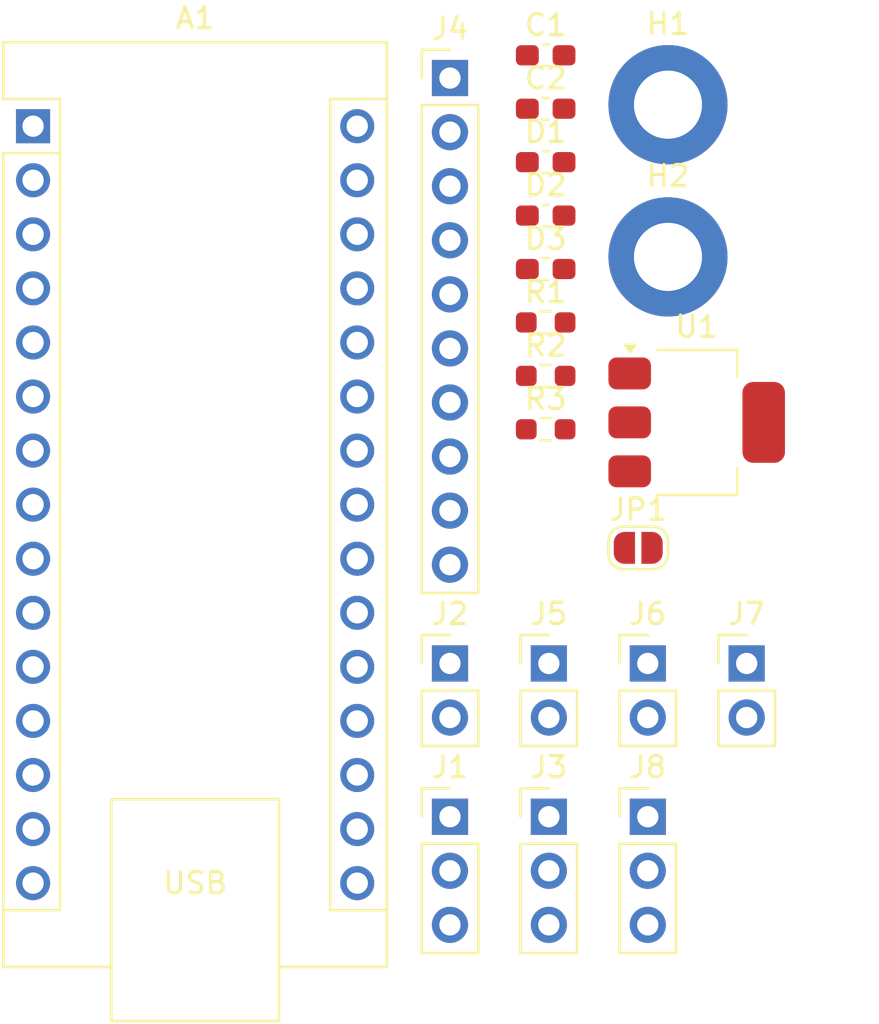
<source format=kicad_pcb>
(kicad_pcb (version 20241229) (generator "pcbnew") (generator_version "9.0")
  (layers (0 "F.Cu" signal) (2 "B.Cu" signal) (13 "F.Paste" user) (15 "B.Paste" user) (5 "F.SilkS" user "F.Silkscreen") (7 "B.SilkS" user "B.Silkscreen") (1 "F.Mask" user) (3 "B.Mask" user) (25 "Edge.Cuts" user))
  (net 0 "")
  (net 1 "GPIO_2")
  (net 2 "GND")
  (net 3 "M1_STP")
  (net 4 "VUSB")
  (net 8 "Net-(A1-A2)")
  (net 9 "INT_2")
  (net 10 "M3_DIR")
  (net 11 "XSHUT_1")
  (net 13 "M3_STP")
  (net 14 "M2_DIR")
  (net 15 "Net-(A1-A0)")
  (net 16 "SCL")
  (net 18 "M2_STP")
  (net 19 "SDA")
  (net 20 "Net-(A1-3V3)")
  (net 21 "INT_3")
  (net 22 "XSHUT_3")
  (net 23 "GPIO_3")
  (net 24 "GPIO_1")
  (net 25 "M1_DIR")
  (net 26 "XSHUT_2")
  (net 28 "Net-(A1-A1)")
  (net 29 "INT_1")
  (net 30 "3.3V")
  (net 31 "Net-(D1-K)")
  (net 32 "Net-(D2-K)")
  (net 33 "Net-(D3-K)")
  (footprint "Jumper:SolderJumper-2_P1.3mm_Open_RoundedPad1.0x1.5mm" (layer "F.Cu") (at 102.05 113.845)
    (property "Reference" "JP1" (at 0 -1.8 0) (layer "F.SilkS"))
    (property "Value" "SolderJumper_2_Open")
    (fp_line (start -1.4 0.3) (end -1.4 -0.3) (stroke (width 0.12)) (layer "F.SilkS"))
    (fp_line (start -0.7 -1) (end 0.7 -1) (stroke (width 0.12)) (layer "F.SilkS"))
    (fp_line (start 0.7 1) (end -0.7 1) (stroke (width 0.12)) (layer "F.SilkS"))
    (fp_line (start 1.4 -0.3) (end 1.4 0.3) (stroke (width 0.12)) (layer "F.SilkS"))
    (fp_arc (start -1.4 -0.3) (mid -1.194975 -0.794975) (end -0.7 -1) (stroke (width 0.12)) (layer "F.SilkS"))
    (fp_arc (start -0.7 1) (mid -1.194975 0.794975) (end -1.4 0.3) (stroke (width 0.12)) (layer "F.SilkS"))
    (fp_arc (start 0.7 -1) (mid 1.194975 -0.794975) (end 1.4 -0.3) (stroke (width 0.12)) (layer "F.SilkS"))
    (fp_arc (start 1.4 0.3) (mid 1.194975 0.794975) (end 0.7 1) (stroke (width 0.12)) (layer "F.SilkS"))
    (pad "1" smd custom (at -0.65 0) (size 1 0.5) (layers "F.Cu" "F.Mask") (net 20 "Net-(A1-3V3)") (options (clearance outline) (anchor rect)) (primitives (gr_circle (center 0 0.25) (end 0.5 0.25) (width 0) (fill yes)) (gr_circle (center 0 -0.25) (end 0.5 -0.25) (width 0) (fill yes)) (gr_poly (pts (xy 0.5 0.75) (xy 0 0.75) (xy 0 -0.75) (xy 0.5 -0.75)) (width 0) (fill yes))))
    (pad "2" smd custom (at 0.65 0) (size 1 0.5) (layers "F.Cu" "F.Mask") (net 30 "3.3V") (options (clearance outline) (anchor rect)) (primitives (gr_circle (center 0 0.25) (end 0.5 0.25) (width 0) (fill yes)) (gr_circle (center 0 -0.25) (end 0.5 -0.25) (width 0) (fill yes)) (gr_poly (pts (xy 0 0.75) (xy -0.5 0.75) (xy -0.5 -0.75) (xy 0 -0.75)) (width 0) (fill yes))))
  )
  (footprint "Capacitor_SMD:C_0603_1608Metric_Pad1.08x0.95mm_HandSolder" (layer "F.Cu") (at 97.7 95.725)
    (property "Reference" "D1" (at 0 -1.43 0) (layer "F.SilkS"))
    (property "Value" "LED")
    (fp_line (start -0.146267 -0.51) (end 0.146267 -0.51) (stroke (width 0.12)) (layer "F.SilkS"))
    (fp_line (start -0.146267 0.51) (end 0.146267 0.51) (stroke (width 0.12)) (layer "F.SilkS"))
    (pad "1" smd roundrect (at -0.8625 0) (size 1.075 0.95) (layers "F.Cu" "F.Mask" "F.Paste") (net 31 "Net-(D1-K)"))
    (pad "2" smd roundrect (at 0.8625 0) (size 1.075 0.95) (layers "F.Cu" "F.Mask" "F.Paste") (net 15 "Net-(A1-A0)"))
  )
  (footprint "Connector_PinHeader_2.54mm:PinHeader_1x02_P2.54mm_Vertical" (layer "F.Cu") (at 93.2 119.275)
    (property "Reference" "J2" (at 0 -2.33 0) (layer "F.SilkS"))
    (property "Value" "Conn_01x02_Pin")
    (fp_line (start -1.33 -1.33) (end 0 -1.33) (stroke (width 0.12)) (layer "F.SilkS"))
    (fp_line (start -1.33 0) (end -1.33 -1.33) (stroke (width 0.12)) (layer "F.SilkS"))
    (fp_line (start -1.33 1.27) (end -1.33 3.87) (stroke (width 0.12)) (layer "F.SilkS"))
    (fp_line (start -1.33 1.27) (end 1.33 1.27) (stroke (width 0.12)) (layer "F.SilkS"))
    (fp_line (start -1.33 3.87) (end 1.33 3.87) (stroke (width 0.12)) (layer "F.SilkS"))
    (fp_line (start 1.33 1.27) (end 1.33 3.87) (stroke (width 0.12)) (layer "F.SilkS"))
    (pad "1" thru_hole rect (at 0 0) (size 1.7 1.7) (drill 1) (layers "*.Cu" "*.Mask") (net 3 "M1_STP"))
    (pad "2" thru_hole oval (at 0 2.54) (size 1.7 1.7) (drill 1) (layers "*.Cu" "*.Mask") (net 25 "M1_DIR"))
  )
  (footprint "Connector_PinHeader_2.54mm:PinHeader_1x03_P2.54mm_Vertical" (layer "F.Cu") (at 93.2 126.475)
    (property "Reference" "J1" (at 0 -2.33 0) (layer "F.SilkS"))
    (property "Value" "Conn_01x03_Pin")
    (fp_line (start -1.33 -1.33) (end 0 -1.33) (stroke (width 0.12)) (layer "F.SilkS"))
    (fp_line (start -1.33 0) (end -1.33 -1.33) (stroke (width 0.12)) (layer "F.SilkS"))
    (fp_line (start -1.33 1.27) (end -1.33 6.41) (stroke (width 0.12)) (layer "F.SilkS"))
    (fp_line (start -1.33 1.27) (end 1.33 1.27) (stroke (width 0.12)) (layer "F.SilkS"))
    (fp_line (start -1.33 6.41) (end 1.33 6.41) (stroke (width 0.12)) (layer "F.SilkS"))
    (fp_line (start 1.33 1.27) (end 1.33 6.41) (stroke (width 0.12)) (layer "F.SilkS"))
    (pad "1" thru_hole rect (at 0 0) (size 1.7 1.7) (drill 1) (layers "*.Cu" "*.Mask") (net 22 "XSHUT_3"))
    (pad "2" thru_hole oval (at 0 2.54) (size 1.7 1.7) (drill 1) (layers "*.Cu" "*.Mask") (net 26 "XSHUT_2"))
    (pad "3" thru_hole oval (at 0 5.08) (size 1.7 1.7) (drill 1) (layers "*.Cu" "*.Mask") (net 11 "XSHUT_1"))
  )
  (footprint "Capacitor_SMD:C_0603_1608Metric_Pad1.08x0.95mm_HandSolder" (layer "F.Cu") (at 97.7 93.215)
    (property "Reference" "C2" (at 0 -1.43 0) (layer "F.SilkS"))
    (property "Value" "C")
    (fp_line (start -0.146267 -0.51) (end 0.146267 -0.51) (stroke (width 0.12)) (layer "F.SilkS"))
    (fp_line (start -0.146267 0.51) (end 0.146267 0.51) (stroke (width 0.12)) (layer "F.SilkS"))
    (pad "1" smd roundrect (at -0.8625 0) (size 1.075 0.95) (layers "F.Cu" "F.Mask" "F.Paste") (net 30 "3.3V"))
    (pad "2" smd roundrect (at 0.8625 0) (size 1.075 0.95) (layers "F.Cu" "F.Mask" "F.Paste") (net 2 "GND"))
  )
  (footprint "Connector_PinHeader_2.54mm:PinHeader_1x03_P2.54mm_Vertical" (layer "F.Cu") (at 97.85 126.475)
    (property "Reference" "J3" (at 0 -2.33 0) (layer "F.SilkS"))
    (property "Value" "Conn_01x03_Pin")
    (fp_line (start -1.33 -1.33) (end 0 -1.33) (stroke (width 0.12)) (layer "F.SilkS"))
    (fp_line (start -1.33 0) (end -1.33 -1.33) (stroke (width 0.12)) (layer "F.SilkS"))
    (fp_line (start -1.33 1.27) (end -1.33 6.41) (stroke (width 0.12)) (layer "F.SilkS"))
    (fp_line (start -1.33 1.27) (end 1.33 1.27) (stroke (width 0.12)) (layer "F.SilkS"))
    (fp_line (start -1.33 6.41) (end 1.33 6.41) (stroke (width 0.12)) (layer "F.SilkS"))
    (fp_line (start 1.33 1.27) (end 1.33 6.41) (stroke (width 0.12)) (layer "F.SilkS"))
    (pad "1" thru_hole rect (at 0 0) (size 1.7 1.7) (drill 1) (layers "*.Cu" "*.Mask") (net 21 "INT_3"))
    (pad "2" thru_hole oval (at 0 2.54) (size 1.7 1.7) (drill 1) (layers "*.Cu" "*.Mask") (net 9 "INT_2"))
    (pad "3" thru_hole oval (at 0 5.08) (size 1.7 1.7) (drill 1) (layers "*.Cu" "*.Mask") (net 29 "INT_1"))
  )
  (footprint "Resistor_SMD:R_0603_1608Metric_Pad0.98x0.95mm_HandSolder" (layer "F.Cu") (at 97.7 105.765)
    (property "Reference" "R2" (at 0 -1.43 0) (layer "F.SilkS"))
    (property "Value" "R")
    (fp_line (start -0.254724 -0.5225) (end 0.254724 -0.5225) (stroke (width 0.12)) (layer "F.SilkS"))
    (fp_line (start -0.254724 0.5225) (end 0.254724 0.5225) (stroke (width 0.12)) (layer "F.SilkS"))
    (pad "1" smd roundrect (at -0.9125 0) (size 0.975 0.95) (layers "F.Cu" "F.Mask" "F.Paste") (net 32 "Net-(D2-K)"))
    (pad "2" smd roundrect (at 0.9125 0) (size 0.975 0.95) (layers "F.Cu" "F.Mask" "F.Paste") (net 2 "GND"))
  )
  (footprint "Capacitor_SMD:C_0603_1608Metric_Pad1.08x0.95mm_HandSolder" (layer "F.Cu") (at 97.7 90.705)
    (property "Reference" "C1" (at 0 -1.43 0) (layer "F.SilkS"))
    (property "Value" "C")
    (fp_line (start -0.146267 -0.51) (end 0.146267 -0.51) (stroke (width 0.12)) (layer "F.SilkS"))
    (fp_line (start -0.146267 0.51) (end 0.146267 0.51) (stroke (width 0.12)) (layer "F.SilkS"))
    (pad "1" smd roundrect (at -0.8625 0) (size 1.075 0.95) (layers "F.Cu" "F.Mask" "F.Paste") (net 4 "VUSB"))
    (pad "2" smd roundrect (at 0.8625 0) (size 1.075 0.95) (layers "F.Cu" "F.Mask" "F.Paste") (net 2 "GND"))
  )
  (footprint "Connector_PinHeader_2.54mm:PinHeader_1x02_P2.54mm_Vertical" (layer "F.Cu") (at 97.85 119.275)
    (property "Reference" "J5" (at 0 -2.33 0) (layer "F.SilkS"))
    (property "Value" "Conn_01x02_Pin")
    (fp_line (start -1.33 -1.33) (end 0 -1.33) (stroke (width 0.12)) (layer "F.SilkS"))
    (fp_line (start -1.33 0) (end -1.33 -1.33) (stroke (width 0.12)) (layer "F.SilkS"))
    (fp_line (start -1.33 1.27) (end -1.33 3.87) (stroke (width 0.12)) (layer "F.SilkS"))
    (fp_line (start -1.33 1.27) (end 1.33 1.27) (stroke (width 0.12)) (layer "F.SilkS"))
    (fp_line (start -1.33 3.87) (end 1.33 3.87) (stroke (width 0.12)) (layer "F.SilkS"))
    (fp_line (start 1.33 1.27) (end 1.33 3.87) (stroke (width 0.12)) (layer "F.SilkS"))
    (pad "1" thru_hole rect (at 0 0) (size 1.7 1.7) (drill 1) (layers "*.Cu" "*.Mask") (net 18 "M2_STP"))
    (pad "2" thru_hole oval (at 0 2.54) (size 1.7 1.7) (drill 1) (layers "*.Cu" "*.Mask") (net 14 "M2_DIR"))
  )
  (footprint "Module:Arduino_Nano" (layer "F.Cu") (at 73.6 94.035)
    (property "Reference" "A1" (at 7.62 -5.08 0) (layer "F.SilkS"))
    (property "Value" "Arduino_Nano_RP2040_Connect")
    (fp_line (start -1.4 -3.94) (end -1.4 -1.27) (stroke (width 0.12)) (layer "F.SilkS"))
    (fp_line (start -1.4 1.27) (end -1.4 39.5) (stroke (width 0.12)) (layer "F.SilkS"))
    (fp_line (start -1.4 39.5) (end 3.68 39.5) (stroke (width 0.12)) (layer "F.SilkS"))
    (fp_line (start 1.27 -1.27) (end -1.4 -1.27) (stroke (width 0.12)) (layer "F.SilkS"))
    (fp_line (start 1.27 1.27) (end -1.4 1.27) (stroke (width 0.12)) (layer "F.SilkS"))
    (fp_line (start 1.27 1.27) (end 1.27 -1.27) (stroke (width 0.12)) (layer "F.SilkS"))
    (fp_line (start 1.27 1.27) (end 1.27 36.83) (stroke (width 0.12)) (layer "F.SilkS"))
    (fp_line (start 1.27 36.83) (end -1.4 36.83) (stroke (width 0.12)) (layer "F.SilkS"))
    (fp_line (start 3.68 31.62) (end 11.56 31.62) (stroke (width 0.12)) (layer "F.SilkS"))
    (fp_line (start 3.68 42.04) (end 3.68 31.62) (stroke (width 0.12)) (layer "F.SilkS"))
    (fp_line (start 11.56 31.62) (end 11.56 42.04) (stroke (width 0.12)) (layer "F.SilkS"))
    (fp_line (start 11.56 42.04) (end 3.68 42.04) (stroke (width 0.12)) (layer "F.SilkS"))
    (fp_line (start 13.97 -1.27) (end 13.97 36.83) (stroke (width 0.12)) (layer "F.SilkS"))
    (fp_line (start 13.97 -1.27) (end 16.64 -1.27) (stroke (width 0.12)) (layer "F.SilkS"))
    (fp_line (start 13.97 36.83) (end 16.64 36.83) (stroke (width 0.12)) (layer "F.SilkS"))
    (fp_line (start 16.64 -3.94) (end -1.4 -3.94) (stroke (width 0.12)) (layer "F.SilkS"))
    (fp_line (start 16.64 39.5) (end 11.56 39.5) (stroke (width 0.12)) (layer "F.SilkS"))
    (fp_line (start 16.64 39.5) (end 16.64 -3.94) (stroke (width 0.12)) (layer "F.SilkS"))
    (fp_text user "USB" (at 7.62 35.56 0) (layer "F.SilkS"))
    (pad "1" thru_hole rect (at 0 0) (size 1.6 1.6) (drill 1) (layers "*.Cu" "*.Mask"))
    (pad "2" thru_hole oval (at 0 2.54) (size 1.6 1.6) (drill 1) (layers "*.Cu" "*.Mask"))
    (pad "3" thru_hole oval (at 0 5.08) (size 1.6 1.6) (drill 1) (layers "*.Cu" "*.Mask"))
    (pad "4" thru_hole oval (at 0 7.62) (size 1.6 1.6) (drill 1) (layers "*.Cu" "*.Mask") (net 2 "GND"))
    (pad "5" thru_hole oval (at 0 10.16) (size 1.6 1.6) (drill 1) (layers "*.Cu" "*.Mask") (net 25 "M1_DIR"))
    (pad "6" thru_hole oval (at 0 12.7) (size 1.6 1.6) (drill 1) (layers "*.Cu" "*.Mask") (net 3 "M1_STP"))
    (pad "7" thru_hole oval (at 0 15.24) (size 1.6 1.6) (drill 1) (layers "*.Cu" "*.Mask") (net 14 "M2_DIR"))
    (pad "8" thru_hole oval (at 0 17.78) (size 1.6 1.6) (drill 1) (layers "*.Cu" "*.Mask") (net 18 "M2_STP"))
    (pad "9" thru_hole oval (at 0 20.32) (size 1.6 1.6) (drill 1) (layers "*.Cu" "*.Mask") (net 10 "M3_DIR"))
    (pad "10" thru_hole oval (at 0 22.86) (size 1.6 1.6) (drill 1) (layers "*.Cu" "*.Mask") (net 13 "M3_STP"))
    (pad "11" thru_hole oval (at 0 25.4) (size 1.6 1.6) (drill 1) (layers "*.Cu" "*.Mask") (net 11 "XSHUT_1"))
    (pad "12" thru_hole oval (at 0 27.94) (size 1.6 1.6) (drill 1) (layers "*.Cu" "*.Mask") (net 26 "XSHUT_2"))
    (pad "13" thru_hole oval (at 0 30.48) (size 1.6 1.6) (drill 1) (layers "*.Cu" "*.Mask") (net 22 "XSHUT_3"))
    (pad "14" thru_hole oval (at 0 33.02) (size 1.6 1.6) (drill 1) (layers "*.Cu" "*.Mask") (net 29 "INT_1"))
    (pad "15" thru_hole oval (at 0 35.56) (size 1.6 1.6) (drill 1) (layers "*.Cu" "*.Mask") (net 9 "INT_2"))
    (pad "16" thru_hole oval (at 15.24 35.56) (size 1.6 1.6) (drill 1) (layers "*.Cu" "*.Mask") (net 21 "INT_3"))
    (pad "17" thru_hole oval (at 15.24 33.02) (size 1.6 1.6) (drill 1) (layers "*.Cu" "*.Mask") (net 20 "Net-(A1-3V3)"))
    (pad "18" thru_hole oval (at 15.24 30.48) (size 1.6 1.6) (drill 1) (layers "*.Cu" "*.Mask"))
    (pad "19" thru_hole oval (at 15.24 27.94) (size 1.6 1.6) (drill 1) (layers "*.Cu" "*.Mask") (net 15 "Net-(A1-A0)"))
    (pad "20" thru_hole oval (at 15.24 25.4) (size 1.6 1.6) (drill 1) (layers "*.Cu" "*.Mask") (net 28 "Net-(A1-A1)"))
    (pad "21" thru_hole oval (at 15.24 22.86) (size 1.6 1.6) (drill 1) (layers "*.Cu" "*.Mask") (net 8 "Net-(A1-A2)"))
    (pad "22" thru_hole oval (at 15.24 20.32) (size 1.6 1.6) (drill 1) (layers "*.Cu" "*.Mask") (net 24 "GPIO_1"))
    (pad "23" thru_hole oval (at 15.24 17.78) (size 1.6 1.6) (drill 1) (layers "*.Cu" "*.Mask") (net 19 "SDA"))
    (pad "24" thru_hole oval (at 15.24 15.24) (size 1.6 1.6) (drill 1) (layers "*.Cu" "*.Mask") (net 16 "SCL"))
    (pad "25" thru_hole oval (at 15.24 12.7) (size 1.6 1.6) (drill 1) (layers "*.Cu" "*.Mask") (net 1 "GPIO_2"))
    (pad "26" thru_hole oval (at 15.24 10.16) (size 1.6 1.6) (drill 1) (layers "*.Cu" "*.Mask") (net 23 "GPIO_3"))
    (pad "27" thru_hole oval (at 15.24 7.62) (size 1.6 1.6) (drill 1) (layers "*.Cu" "*.Mask") (net 4 "VUSB"))
    (pad "28" thru_hole oval (at 15.24 5.08) (size 1.6 1.6) (drill 1) (layers "*.Cu" "*.Mask"))
    (pad "29" thru_hole oval (at 15.24 2.54) (size 1.6 1.6) (drill 1) (layers "*.Cu" "*.Mask") (net 2 "GND"))
    (pad "30" thru_hole oval (at 15.24 0) (size 1.6 1.6) (drill 1) (layers "*.Cu" "*.Mask"))
  )
  (footprint "Resistor_SMD:R_0603_1608Metric_Pad0.98x0.95mm_HandSolder" (layer "F.Cu") (at 97.7 108.275)
    (property "Reference" "R3" (at 0 -1.43 0) (layer "F.SilkS"))
    (property "Value" "R")
    (fp_line (start -0.254724 -0.5225) (end 0.254724 -0.5225) (stroke (width 0.12)) (layer "F.SilkS"))
    (fp_line (start -0.254724 0.5225) (end 0.254724 0.5225) (stroke (width 0.12)) (layer "F.SilkS"))
    (pad "1" smd roundrect (at -0.9125 0) (size 0.975 0.95) (layers "F.Cu" "F.Mask" "F.Paste") (net 33 "Net-(D3-K)"))
    (pad "2" smd roundrect (at 0.9125 0) (size 0.975 0.95) (layers "F.Cu" "F.Mask" "F.Paste") (net 2 "GND"))
  )
  (footprint "Package_TO_SOT_SMD:SOT-223-3_TabPin2" (layer "F.Cu") (at 104.8 107.95)
    (property "Reference" "U1" (at 0 -4.5 0) (layer "F.SilkS"))
    (property "Value" "NCP1117-3.3_SOT223")
    (fp_line (start -1.85 -3.41) (end 1.91 -3.41) (stroke (width 0.12)) (layer "F.SilkS"))
    (fp_line (start -1.85 3.41) (end 1.91 3.41) (stroke (width 0.12)) (layer "F.SilkS"))
    (fp_line (start 1.91 -3.41) (end 1.91 -2.15) (stroke (width 0.12)) (layer "F.SilkS"))
    (fp_line (start 1.91 3.41) (end 1.91 2.15) (stroke (width 0.12)) (layer "F.SilkS"))
    (fp_poly (pts (xy -3.13 -3.31) (xy -3.37 -3.64) (xy -2.89 -3.64) (xy -3.13 -3.31)) (stroke (width 0.12)) (fill yes) (layer "F.SilkS"))
    (pad "1" smd roundrect (at -3.15 -2.3) (size 2 1.5) (layers "F.Cu" "F.Mask" "F.Paste") (net 2 "GND"))
    (pad "2" smd roundrect (at -3.15 0) (size 2 1.5) (layers "F.Cu" "F.Mask" "F.Paste") (net 30 "3.3V"))
    (pad "2" smd roundrect (at 3.15 0) (size 2 3.8) (layers "F.Cu" "F.Mask" "F.Paste") (net 30 "3.3V"))
    (pad "3" smd roundrect (at -3.15 2.3) (size 2 1.5) (layers "F.Cu" "F.Mask" "F.Paste") (net 4 "VUSB"))
  )
  (footprint "Capacitor_SMD:C_0603_1608Metric_Pad1.08x0.95mm_HandSolder" (layer "F.Cu") (at 97.7 98.235)
    (property "Reference" "D2" (at 0 -1.43 0) (layer "F.SilkS"))
    (property "Value" "LED")
    (fp_line (start -0.146267 -0.51) (end 0.146267 -0.51) (stroke (width 0.12)) (layer "F.SilkS"))
    (fp_line (start -0.146267 0.51) (end 0.146267 0.51) (stroke (width 0.12)) (layer "F.SilkS"))
    (pad "1" smd roundrect (at -0.8625 0) (size 1.075 0.95) (layers "F.Cu" "F.Mask" "F.Paste") (net 32 "Net-(D2-K)"))
    (pad "2" smd roundrect (at 0.8625 0) (size 1.075 0.95) (layers "F.Cu" "F.Mask" "F.Paste") (net 28 "Net-(A1-A1)"))
  )
  (footprint "Connector_PinHeader_2.54mm:PinHeader_1x10_P2.54mm_Vertical" (layer "F.Cu") (at 93.2 91.775)
    (property "Reference" "J4" (at 0 -2.33 0) (layer "F.SilkS"))
    (property "Value" "Conn_01x10_Pin")
    (fp_line (start -1.33 -1.33) (end 0 -1.33) (stroke (width 0.12)) (layer "F.SilkS"))
    (fp_line (start -1.33 0) (end -1.33 -1.33) (stroke (width 0.12)) (layer "F.SilkS"))
    (fp_line (start -1.33 1.27) (end -1.33 24.19) (stroke (width 0.12)) (layer "F.SilkS"))
    (fp_line (start -1.33 1.27) (end 1.33 1.27) (stroke (width 0.12)) (layer "F.SilkS"))
    (fp_line (start -1.33 24.19) (end 1.33 24.19) (stroke (width 0.12)) (layer "F.SilkS"))
    (fp_line (start 1.33 1.27) (end 1.33 24.19) (stroke (width 0.12)) (layer "F.SilkS"))
    (pad "1" thru_hole rect (at 0 0) (size 1.7 1.7) (drill 1) (layers "*.Cu" "*.Mask") (net 2 "GND"))
    (pad "2" thru_hole oval (at 0 2.54) (size 1.7 1.7) (drill 1) (layers "*.Cu" "*.Mask") (net 2 "GND"))
    (pad "3" thru_hole oval (at 0 5.08) (size 1.7 1.7) (drill 1) (layers "*.Cu" "*.Mask") (net 2 "GND"))
    (pad "4" thru_hole oval (at 0 7.62) (size 1.7 1.7) (drill 1) (layers "*.Cu" "*.Mask") (net 2 "GND"))
    (pad "5" thru_hole oval (at 0 10.16) (size 1.7 1.7) (drill 1) (layers "*.Cu" "*.Mask") (net 2 "GND"))
    (pad "6" thru_hole oval (at 0 12.7) (size 1.7 1.7) (drill 1) (layers "*.Cu" "*.Mask") (net 30 "3.3V"))
    (pad "7" thru_hole oval (at 0 15.24) (size 1.7 1.7) (drill 1) (layers "*.Cu" "*.Mask") (net 30 "3.3V"))
    (pad "8" thru_hole oval (at 0 17.78) (size 1.7 1.7) (drill 1) (layers "*.Cu" "*.Mask") (net 30 "3.3V"))
    (pad "9" thru_hole oval (at 0 20.32) (size 1.7 1.7) (drill 1) (layers "*.Cu" "*.Mask") (net 30 "3.3V"))
    (pad "10" thru_hole oval (at 0 22.86) (size 1.7 1.7) (drill 1) (layers "*.Cu" "*.Mask") (net 30 "3.3V"))
  )
  (footprint "Resistor_SMD:R_0603_1608Metric_Pad0.98x0.95mm_HandSolder" (layer "F.Cu") (at 97.7 103.255)
    (property "Reference" "R1" (at 0 -1.43 0) (layer "F.SilkS"))
    (property "Value" "R")
    (fp_line (start -0.254724 -0.5225) (end 0.254724 -0.5225) (stroke (width 0.12)) (layer "F.SilkS"))
    (fp_line (start -0.254724 0.5225) (end 0.254724 0.5225) (stroke (width 0.12)) (layer "F.SilkS"))
    (pad "1" smd roundrect (at -0.9125 0) (size 0.975 0.95) (layers "F.Cu" "F.Mask" "F.Paste") (net 31 "Net-(D1-K)"))
    (pad "2" smd roundrect (at 0.9125 0) (size 0.975 0.95) (layers "F.Cu" "F.Mask" "F.Paste") (net 2 "GND"))
  )
  (footprint "Connector_PinHeader_2.54mm:PinHeader_1x03_P2.54mm_Vertical" (layer "F.Cu") (at 102.5 126.475)
    (property "Reference" "J8" (at 0 -2.33 0) (layer "F.SilkS"))
    (property "Value" "Conn_01x03_Pin")
    (fp_line (start -1.33 -1.33) (end 0 -1.33) (stroke (width 0.12)) (layer "F.SilkS"))
    (fp_line (start -1.33 0) (end -1.33 -1.33) (stroke (width 0.12)) (layer "F.SilkS"))
    (fp_line (start -1.33 1.27) (end -1.33 6.41) (stroke (width 0.12)) (layer "F.SilkS"))
    (fp_line (start -1.33 1.27) (end 1.33 1.27) (stroke (width 0.12)) (layer "F.SilkS"))
    (fp_line (start -1.33 6.41) (end 1.33 6.41) (stroke (width 0.12)) (layer "F.SilkS"))
    (fp_line (start 1.33 1.27) (end 1.33 6.41) (stroke (width 0.12)) (layer "F.SilkS"))
    (pad "1" thru_hole rect (at 0 0) (size 1.7 1.7) (drill 1) (layers "*.Cu" "*.Mask") (net 23 "GPIO_3"))
    (pad "2" thru_hole oval (at 0 2.54) (size 1.7 1.7) (drill 1) (layers "*.Cu" "*.Mask") (net 1 "GPIO_2"))
    (pad "3" thru_hole oval (at 0 5.08) (size 1.7 1.7) (drill 1) (layers "*.Cu" "*.Mask") (net 24 "GPIO_1"))
  )
  (footprint "MountingHole:MountingHole_3.2mm_M3_DIN965_Pad" (layer "F.Cu") (at 103.45 100.175)
    (property "Reference" "H2" (at 0 -3.8 0) (layer "F.SilkS"))
    (property "Value" "MountingHole_Pad")
    (pad "1" thru_hole circle (at 0 0) (size 5.6 5.6) (drill 3.2) (layers "*.Cu" "*.Mask") (net 2 "GND"))
  )
  (footprint "MountingHole:MountingHole_3.2mm_M3_DIN965_Pad" (layer "F.Cu") (at 103.45 93.025)
    (property "Reference" "H1" (at 0 -3.8 0) (layer "F.SilkS"))
    (property "Value" "MountingHole_Pad")
    (pad "1" thru_hole circle (at 0 0) (size 5.6 5.6) (drill 3.2) (layers "*.Cu" "*.Mask") (net 2 "GND"))
  )
  (footprint "Connector_PinHeader_2.54mm:PinHeader_1x02_P2.54mm_Vertical" (layer "F.Cu") (at 107.15 119.275)
    (property "Reference" "J7" (at 0 -2.33 0) (layer "F.SilkS"))
    (property "Value" "Conn_01x02_Pin")
    (fp_line (start -1.33 -1.33) (end 0 -1.33) (stroke (width 0.12)) (layer "F.SilkS"))
    (fp_line (start -1.33 0) (end -1.33 -1.33) (stroke (width 0.12)) (layer "F.SilkS"))
    (fp_line (start -1.33 1.27) (end -1.33 3.87) (stroke (width 0.12)) (layer "F.SilkS"))
    (fp_line (start -1.33 1.27) (end 1.33 1.27) (stroke (width 0.12)) (layer "F.SilkS"))
    (fp_line (start -1.33 3.87) (end 1.33 3.87) (stroke (width 0.12)) (layer "F.SilkS"))
    (fp_line (start 1.33 1.27) (end 1.33 3.87) (stroke (width 0.12)) (layer "F.SilkS"))
    (pad "1" thru_hole rect (at 0 0) (size 1.7 1.7) (drill 1) (layers "*.Cu" "*.Mask") (net 13 "M3_STP"))
    (pad "2" thru_hole oval (at 0 2.54) (size 1.7 1.7) (drill 1) (layers "*.Cu" "*.Mask") (net 10 "M3_DIR"))
  )
  (footprint "Capacitor_SMD:C_0603_1608Metric_Pad1.08x0.95mm_HandSolder" (layer "F.Cu") (at 97.7 100.745)
    (property "Reference" "D3" (at 0 -1.43 0) (layer "F.SilkS"))
    (property "Value" "LED")
    (fp_line (start -0.146267 -0.51) (end 0.146267 -0.51) (stroke (width 0.12)) (layer "F.SilkS"))
    (fp_line (start -0.146267 0.51) (end 0.146267 0.51) (stroke (width 0.12)) (layer "F.SilkS"))
    (pad "1" smd roundrect (at -0.8625 0) (size 1.075 0.95) (layers "F.Cu" "F.Mask" "F.Paste") (net 33 "Net-(D3-K)"))
    (pad "2" smd roundrect (at 0.8625 0) (size 1.075 0.95) (layers "F.Cu" "F.Mask" "F.Paste") (net 8 "Net-(A1-A2)"))
  )
  (footprint "Connector_PinHeader_2.54mm:PinHeader_1x02_P2.54mm_Vertical" (layer "F.Cu") (at 102.5 119.275)
    (property "Reference" "J6" (at 0 -2.33 0) (layer "F.SilkS"))
    (property "Value" "Conn_01x02_Pin")
    (fp_line (start -1.33 -1.33) (end 0 -1.33) (stroke (width 0.12)) (layer "F.SilkS"))
    (fp_line (start -1.33 0) (end -1.33 -1.33) (stroke (width 0.12)) (layer "F.SilkS"))
    (fp_line (start -1.33 1.27) (end -1.33 3.87) (stroke (width 0.12)) (layer "F.SilkS"))
    (fp_line (start -1.33 1.27) (end 1.33 1.27) (stroke (width 0.12)) (layer "F.SilkS"))
    (fp_line (start -1.33 3.87) (end 1.33 3.87) (stroke (width 0.12)) (layer "F.SilkS"))
    (fp_line (start 1.33 1.27) (end 1.33 3.87) (stroke (width 0.12)) (layer "F.SilkS"))
    (pad "1" thru_hole rect (at 0 0) (size 1.7 1.7) (drill 1) (layers "*.Cu" "*.Mask") (net 16 "SCL"))
    (pad "2" thru_hole oval (at 0 2.54) (size 1.7 1.7) (drill 1) (layers "*.Cu" "*.Mask") (net 19 "SDA"))
  )
)
</source>
